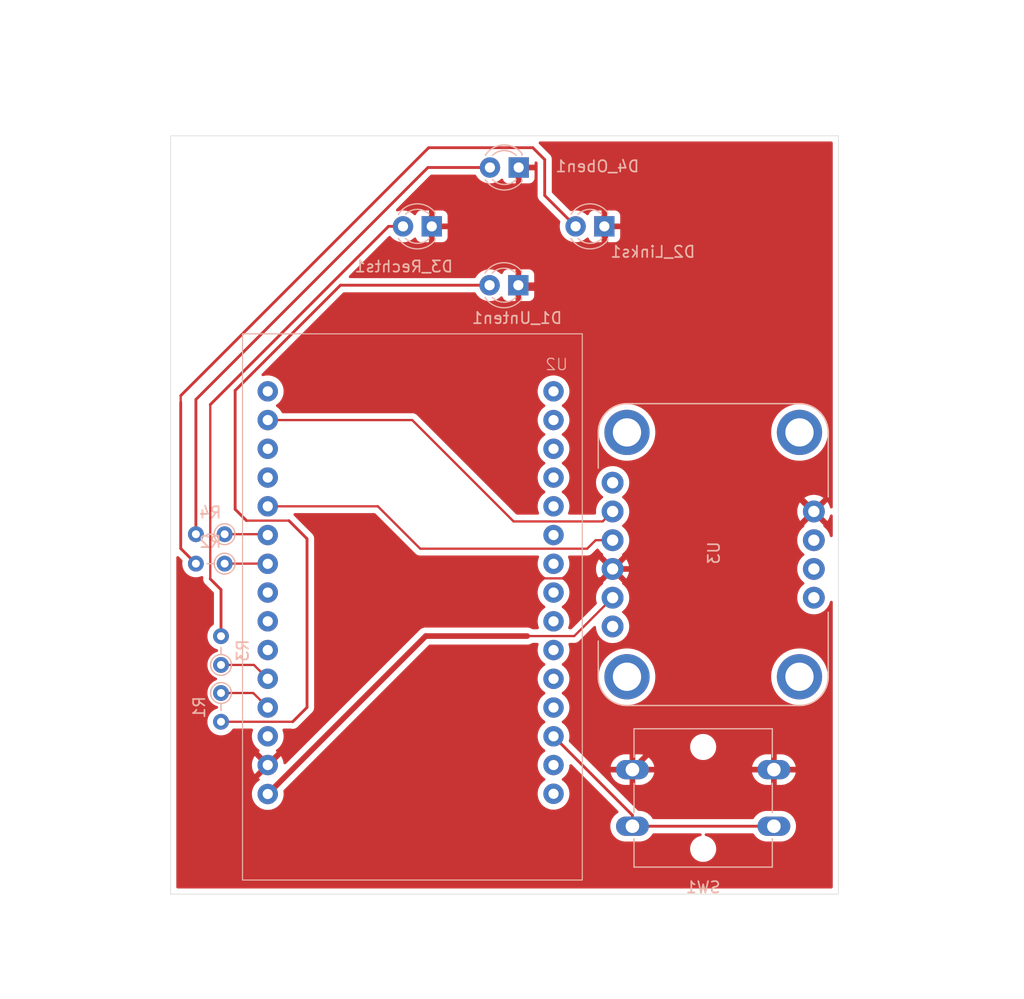
<source format=kicad_pcb>
(kicad_pcb (version 20241229) (generator "pcbnew") (generator_version "9.0")
  (layers (0 "F.Cu" signal) (2 "B.Cu" signal) (13 "F.Paste" user) (15 "B.Paste" user) (5 "F.SilkS" user "F.Silkscreen") (7 "B.SilkS" user "B.Silkscreen") (1 "F.Mask" user) (3 "B.Mask" user) (25 "Edge.Cuts" user))
  (net 0 "")
  (net 1 "GND")
  (net 2 "Net-(D1_Unten1-A)")
  (net 3 "Net-(D2_Links1-A)")
  (net 4 "Net-(D3_Rechts1-A)")
  (net 5 "Net-(D4_Oben1-A)")
  (net 6 "/3.3V")
  (net 11 "Net-(U2-D22)")
  (net 12 "Net-(U2-D2)")
  (net 13 "Net-(U2-D18)")
  (net 14 "Net-(U2-D4)")
  (net 15 "Net-(U2-D19)")
  (net 16 "Net-(U2-D21)")
  (net 23 "Net-(U2-D13)")
  (footprint "LED_THT:LED_D3.0mm" (layer "B.Cu") (at 149.27 53 180)
    (property "Reference" "D2_Links1" (at -4.28 -2.25 0) (layer "B.SilkS") (effects (justify mirror)))
    (property "Value" "LED")
    (fp_line (start -0.29 1.236) (end -0.29 1.08) (stroke (width 0.12)) (layer "B.SilkS"))
    (fp_line (start -0.29 -1.08) (end -0.29 -1.236) (stroke (width 0.12)) (layer "B.SilkS"))
    (fp_arc (start 2.941437 1.08) (mid 1.36566 1.9877) (end -0.29 1.235516) (stroke (width 0.12)) (layer "B.SilkS"))
    (fp_arc (start 2.310961 1.08) (mid 1.27 1.5) (end 0.229039 1.08) (stroke (width 0.12)) (layer "B.SilkS"))
    (fp_arc (start 0.229039 -1.08) (mid 1.27 -1.5) (end 2.310961 -1.08) (stroke (width 0.12)) (layer "B.SilkS"))
    (fp_arc (start -0.29 -1.235516) (mid 1.36566 -1.987699) (end 2.941437 -1.08) (stroke (width 0.12)) (layer "B.SilkS"))
    (pad "1" thru_hole rect (at 0 0 180) (size 1.8 1.8) (drill 0.9) (layers "*.Cu" "*.Mask") (net 1 "GND"))
    (pad "2" thru_hole circle (at 2.54 0 180) (size 1.8 1.8) (drill 0.9) (layers "*.Cu" "*.Mask") (net 3 "Net-(D2_Links1-A)"))
  )
  (footprint "2472:MODULE_2472" (layer "B.Cu") (at 158.89 82 90)
    (property "Reference" "U3" (at 0.15 0.06 90) (layer "B.SilkS") (effects (justify mirror)))
    (property "Value" "2472")
    (fp_line (start 10.795 -10.16) (end 7.6352 -10.16) (stroke (width 0.127)) (layer "B.SilkS"))
    (fp_line (start -7.6352 -10.16) (end -10.795 -10.16) (stroke (width 0.127)) (layer "B.SilkS"))
    (fp_line (start -13.335 -7.62) (end -13.335 7.62) (stroke (width 0.127)) (layer "B.SilkS"))
    (fp_line (start 13.335 7.62) (end 13.335 -7.62) (stroke (width 0.127)) (layer "B.SilkS"))
    (fp_line (start 5.0952 10.16) (end 10.795 10.16) (stroke (width 0.127)) (layer "B.SilkS"))
    (fp_line (start -10.795 10.16) (end -5.0952 10.16) (stroke (width 0.127)) (layer "B.SilkS"))
    (fp_arc (start 10.795 -10.16) (mid 12.591051 -9.416051) (end 13.335 -7.62) (stroke (width 0.127)) (layer "B.SilkS"))
    (fp_arc (start -13.335 -7.62) (mid -12.591051 -9.416051) (end -10.795 -10.16) (stroke (width 0.127)) (layer "B.SilkS"))
    (fp_arc (start 13.335 7.62) (mid 12.591051 9.416051) (end 10.795 10.16) (stroke (width 0.127)) (layer "B.SilkS"))
    (fp_arc (start -10.795 10.16) (mid -12.591051 9.416051) (end -13.335 7.62) (stroke (width 0.127)) (layer "B.SilkS"))
    (pad "1" thru_hole circle (at 3.81 8.89 90) (size 1.9304 1.9304) (drill 1) (layers "*.Cu" "*.Mask") (net 1 "GND"))
    (pad "2" thru_hole circle (at 1.27 8.89 90) (size 1.9304 1.9304) (drill 1) (layers "*.Cu" "*.Mask"))
    (pad "3" thru_hole circle (at -1.27 8.89 90) (size 1.9304 1.9304) (drill 1) (layers "*.Cu" "*.Mask"))
    (pad "4" thru_hole circle (at -3.81 8.89 90) (size 1.9304 1.9304) (drill 1) (layers "*.Cu" "*.Mask"))
    (pad "5" thru_hole circle (at 6.35 -8.89 90) (size 1.9304 1.9304) (drill 1) (layers "*.Cu" "*.Mask"))
    (pad "6" thru_hole circle (at 3.81 -8.89 90) (size 1.9304 1.9304) (drill 1) (layers "*.Cu" "*.Mask") (net 11 "Net-(U2-D22)"))
    (pad "7" thru_hole circle (at 1.27 -8.89 90) (size 1.9304 1.9304) (drill 1) (layers "*.Cu" "*.Mask") (net 16 "Net-(U2-D21)"))
    (pad "8" thru_hole circle (at -1.27 -8.89 90) (size 1.9304 1.9304) (drill 1) (layers "*.Cu" "*.Mask") (net 1 "GND"))
    (pad "9" thru_hole circle (at -3.81 -8.89 90) (size 1.9304 1.9304) (drill 1) (layers "*.Cu" "*.Mask") (net 6 "/3.3V"))
    (pad "10" thru_hole circle (at -6.35 -8.89 90) (size 1.9304 1.9304) (drill 1) (layers "*.Cu" "*.Mask"))
    (pad "SH1" thru_hole circle (at -10.795 -7.62 90) (size 4 4) (drill 2.5) (layers "*.Cu" "*.Mask"))
    (pad "SH2" thru_hole circle (at 10.795 -7.62 90) (size 4 4) (drill 2.5) (layers "*.Cu" "*.Mask"))
    (pad "SH3" thru_hole circle (at 10.795 7.62 90) (size 4 4) (drill 2.5) (layers "*.Cu" "*.Mask"))
    (pad "SH4" thru_hole circle (at -10.795 7.62 90) (size 4 4) (drill 2.5) (layers "*.Cu" "*.Mask"))
  )
  (footprint "custom_kicad_footprint_lib:JOY-IT Node_MCU_ESP32" (layer "B.Cu") (at 144.78 67.575 180)
    (property "Reference" "U2" (at -0.27 2.375 0) (layer "B.SilkS") (effects (font (thickness 0.1)) (justify mirror)))
    (property "Value" "~")
    (fp_rect (start -2.54 5.08) (end 27.48 -43.18) (stroke (width 0.1)) (fill no) (layer "B.SilkS"))
    (pad "1" thru_hole circle (at 0 0 180) (size 1.8 1.8) (drill 0.9) (layers "*.Cu" "*.Mask"))
    (pad "2" thru_hole circle (at 0 -2.54 180) (size 1.8 1.8) (drill 0.9) (layers "*.Cu" "*.Mask"))
    (pad "3" thru_hole circle (at 0 -5.08 180) (size 1.8 1.8) (drill 0.9) (layers "*.Cu" "*.Mask"))
    (pad "4" thru_hole circle (at 0 -7.62 180) (size 1.8 1.8) (drill 0.9) (layers "*.Cu" "*.Mask"))
    (pad "5" thru_hole circle (at 0 -10.16 180) (size 1.8 1.8) (drill 0.9) (layers "*.Cu" "*.Mask"))
    (pad "6" thru_hole circle (at 0 -12.7 180) (size 1.8 1.8) (drill 0.9) (layers "*.Cu" "*.Mask"))
    (pad "7" thru_hole circle (at 0 -15.24 180) (size 1.8 1.8) (drill 0.9) (layers "*.Cu" "*.Mask"))
    (pad "8" thru_hole circle (at 0 -17.78 180) (size 1.8 1.8) (drill 0.9) (layers "*.Cu" "*.Mask"))
    (pad "9" thru_hole circle (at 0 -20.32 180) (size 1.8 1.8) (drill 0.9) (layers "*.Cu" "*.Mask"))
    (pad "10" thru_hole circle (at 0 -22.86 180) (size 1.8 1.8) (drill 0.9) (layers "*.Cu" "*.Mask"))
    (pad "11" thru_hole circle (at 0 -25.4 180) (size 1.8 1.8) (drill 0.9) (layers "*.Cu" "*.Mask"))
    (pad "12" thru_hole circle (at 0 -27.94 180) (size 1.8 1.8) (drill 0.9) (layers "*.Cu" "*.Mask"))
    (pad "13" thru_hole circle (at 0 -30.48 180) (size 1.8 1.8) (drill 0.9) (layers "*.Cu" "*.Mask") (net 23 "Net-(U2-D13)"))
    (pad "14" thru_hole circle (at 0 -33.02 180) (size 1.8 1.8) (drill 0.9) (layers "*.Cu" "*.Mask"))
    (pad "15" thru_hole circle (at 0 -35.56 180) (size 1.8 1.8) (drill 0.9) (layers "*.Cu" "*.Mask"))
    (pad "16" thru_hole circle (at 25.25 0 180) (size 1.8 1.8) (drill 0.9) (layers "*.Cu" "*.Mask"))
    (pad "17" thru_hole circle (at 25.25 -2.54 180) (size 1.8 1.8) (drill 0.9) (layers "*.Cu" "*.Mask") (net 11 "Net-(U2-D22)"))
    (pad "18" thru_hole circle (at 25.25 -5.08 180) (size 1.8 1.8) (drill 0.9) (layers "*.Cu" "*.Mask"))
    (pad "19" thru_hole circle (at 25.25 -7.62 180) (size 1.8 1.8) (drill 0.9) (layers "*.Cu" "*.Mask"))
    (pad "20" thru_hole circle (at 25.25 -10.16 180) (size 1.8 1.8) (drill 0.9) (layers "*.Cu" "*.Mask") (net 16 "Net-(U2-D21)"))
    (pad "21" thru_hole circle (at 25.25 -12.7 180) (size 1.8 1.8) (drill 0.9) (layers "*.Cu" "*.Mask") (net 15 "Net-(U2-D19)"))
    (pad "22" thru_hole circle (at 25.25 -15.24 180) (size 1.8 1.8) (drill 0.9) (layers "*.Cu" "*.Mask") (net 13 "Net-(U2-D18)"))
    (pad "23" thru_hole circle (at 25.25 -17.78 180) (size 1.8 1.8) (drill 0.9) (layers "*.Cu" "*.Mask"))
    (pad "24" thru_hole circle (at 25.25 -20.32 180) (size 1.8 1.8) (drill 0.9) (layers "*.Cu" "*.Mask"))
    (pad "25" thru_hole circle (at 25.25 -22.86 180) (size 1.8 1.8) (drill 0.9) (layers "*.Cu" "*.Mask"))
    (pad "26" thru_hole circle (at 25.25 -25.4 180) (size 1.8 1.8) (drill 0.9) (layers "*.Cu" "*.Mask") (net 14 "Net-(U2-D4)"))
    (pad "27" thru_hole circle (at 25.25 -27.94 180) (size 1.8 1.8) (drill 0.9) (layers "*.Cu" "*.Mask") (net 12 "Net-(U2-D2)"))
    (pad "28" thru_hole circle (at 25.25 -30.48 180) (size 1.8 1.8) (drill 0.9) (layers "*.Cu" "*.Mask"))
    (pad "29" thru_hole circle (at 25.25 -33.02 180) (size 1.8 1.8) (drill 0.9) (layers "*.Cu" "*.Mask") (net 1 "GND"))
    (pad "30" thru_hole circle (at 25.25 -35.58 180) (size 1.8 1.8) (drill 0.9) (layers "*.Cu" "*.Mask") (net 6 "/3.3V"))
  )
  (footprint "Button_Switch_THT:SW_SPST_Omron_B3F-40xx" (layer "B.Cu") (at 151.75 106)
    (property "Reference" "SW1" (at 6.25 5.4 0) (layer "B.SilkS") (effects (justify mirror)))
    (property "Value" "SW_Push_Dual")
    (fp_line (start 0.14 -6.1) (end 0.14 -8.61) (stroke (width 0.12)) (layer "B.SilkS"))
    (fp_line (start 0.14 -1.2) (end 0.14 -3.8) (stroke (width 0.12)) (layer "B.SilkS"))
    (fp_line (start 0.14 3.61) (end 0.14 1.1) (stroke (width 0.12)) (layer "B.SilkS"))
    (fp_line (start 0.14 3.61) (end 12.36 3.61) (stroke (width 0.12)) (layer "B.SilkS"))
    (fp_line (start 12.36 -8.61) (end 0.14 -8.61) (stroke (width 0.12)) (layer "B.SilkS"))
    (fp_line (start 12.36 -6.1) (end 12.36 -8.61) (stroke (width 0.12)) (layer "B.SilkS"))
    (fp_line (start 12.36 -1.2) (end 12.36 -3.8) (stroke (width 0.12)) (layer "B.SilkS"))
    (fp_line (start 12.36 3.61) (end 12.36 1.1) (stroke (width 0.12)) (layer "B.SilkS"))
    (pad "" np_thru_hole circle (at 6.25 -7) (size 1.8 1.8) (drill 1.8) (layers "*.Cu" "*.Mask"))
    (pad "" np_thru_hole circle (at 6.25 2) (size 1.8 1.8) (drill 1.8) (layers "*.Cu" "*.Mask"))
    (pad "1" thru_hole oval (at 0 0) (size 2.9 1.7) (drill 1.2) (layers "*.Cu" "*.Mask") (net 23 "Net-(U2-D13)"))
    (pad "1" thru_hole oval (at 12.5 0) (size 2.9 1.7) (drill 1.2) (layers "*.Cu" "*.Mask") (net 23 "Net-(U2-D13)"))
    (pad "2" thru_hole oval (at 0 -5) (size 2.9 1.7) (drill 1.2) (layers "*.Cu" "*.Mask") (net 1 "GND"))
    (pad "2" thru_hole oval (at 12.5 -5) (size 2.9 1.7) (drill 1.2) (layers "*.Cu" "*.Mask") (net 1 "GND"))
  )
  (footprint "LED_THT:LED_D3.0mm" (layer "B.Cu") (at 141.67 58.2 180)
    (property "Reference" "D1_Unten1" (at 0.12 -2.9 0) (layer "B.SilkS") (effects (justify mirror)))
    (property "Value" "LED")
    (fp_line (start -0.29 1.236) (end -0.29 1.08) (stroke (width 0.12)) (layer "B.SilkS"))
    (fp_line (start -0.29 -1.08) (end -0.29 -1.236) (stroke (width 0.12)) (layer "B.SilkS"))
    (fp_arc (start 2.941437 1.08) (mid 1.36566 1.9877) (end -0.29 1.235516) (stroke (width 0.12)) (layer "B.SilkS"))
    (fp_arc (start 2.310961 1.08) (mid 1.27 1.5) (end 0.229039 1.08) (stroke (width 0.12)) (layer "B.SilkS"))
    (fp_arc (start 0.229039 -1.08) (mid 1.27 -1.5) (end 2.310961 -1.08) (stroke (width 0.12)) (layer "B.SilkS"))
    (fp_arc (start -0.29 -1.235516) (mid 1.36566 -1.987699) (end 2.941437 -1.08) (stroke (width 0.12)) (layer "B.SilkS"))
    (pad "1" thru_hole rect (at 0 0 180) (size 1.8 1.8) (drill 0.9) (layers "*.Cu" "*.Mask") (net 1 "GND"))
    (pad "2" thru_hole circle (at 2.54 0 180) (size 1.8 1.8) (drill 0.9) (layers "*.Cu" "*.Mask") (net 2 "Net-(D1_Unten1-A)"))
  )
  (footprint "Resistor_THT:R_Axial_DIN0204_L3.6mm_D1.6mm_P2.54mm_Vertical" (layer "B.Cu") (at 115.72 82.8 180)
    (property "Reference" "R2" (at 1.27 1.92 0) (layer "B.SilkS") (effects (justify mirror)))
    (property "Value" "270")
    (fp_line (start 0.92 0) (end 1.54 0) (stroke (width 0.12)) (layer "B.SilkS"))
    (fp_circle (center 0 0) (end 0.92 0) (stroke (width 0.12)) (fill no) (layer "B.SilkS"))
    (pad "1" thru_hole circle (at 0 0 180) (size 1.4 1.4) (drill 0.7) (layers "*.Cu" "*.Mask") (net 13 "Net-(U2-D18)"))
    (pad "2" thru_hole circle (at 2.54 0 180) (size 1.4 1.4) (drill 0.7) (layers "*.Cu" "*.Mask") (net 3 "Net-(D2_Links1-A)"))
  )
  (footprint "Resistor_THT:R_Axial_DIN0204_L3.6mm_D1.6mm_P2.54mm_Vertical" (layer "B.Cu") (at 115.4 94.23 -90)
    (property "Reference" "R1" (at 1.27 1.92 90) (layer "B.SilkS") (effects (justify mirror)))
    (property "Value" "270")
    (fp_line (start 0.92 0) (end 1.54 0) (stroke (width 0.12)) (layer "B.SilkS"))
    (fp_circle (center 0 0) (end 0.92 0) (stroke (width 0.12)) (fill no) (layer "B.SilkS"))
    (pad "1" thru_hole circle (at 0 0 270) (size 1.4 1.4) (drill 0.7) (layers "*.Cu" "*.Mask") (net 12 "Net-(U2-D2)"))
    (pad "2" thru_hole circle (at 2.54 0 270) (size 1.4 1.4) (drill 0.7) (layers "*.Cu" "*.Mask") (net 2 "Net-(D1_Unten1-A)"))
  )
  (footprint "Resistor_THT:R_Axial_DIN0204_L3.6mm_D1.6mm_P2.54mm_Vertical" (layer "B.Cu") (at 115.72 80.2 180)
    (property "Reference" "R4" (at 1.27 1.92 0) (layer "B.SilkS") (effects (justify mirror)))
    (property "Value" "270")
    (fp_line (start 0.92 0) (end 1.54 0) (stroke (width 0.12)) (layer "B.SilkS"))
    (fp_circle (center 0 0) (end 0.92 0) (stroke (width 0.12)) (fill no) (layer "B.SilkS"))
    (pad "1" thru_hole circle (at 0 0 180) (size 1.4 1.4) (drill 0.7) (layers "*.Cu" "*.Mask") (net 15 "Net-(U2-D19)"))
    (pad "2" thru_hole circle (at 2.54 0 180) (size 1.4 1.4) (drill 0.7) (layers "*.Cu" "*.Mask") (net 5 "Net-(D4_Oben1-A)"))
  )
  (footprint "LED_THT:LED_D3.0mm" (layer "B.Cu") (at 141.7 47.8 180)
    (property "Reference" "D4_Oben1" (at -6.95 0.1 0) (layer "B.SilkS") (effects (justify mirror)))
    (property "Value" "LED")
    (fp_line (start -0.29 1.236) (end -0.29 1.08) (stroke (width 0.12)) (layer "B.SilkS"))
    (fp_line (start -0.29 -1.08) (end -0.29 -1.236) (stroke (width 0.12)) (layer "B.SilkS"))
    (fp_arc (start 2.941437 1.08) (mid 1.36566 1.9877) (end -0.29 1.235516) (stroke (width 0.12)) (layer "B.SilkS"))
    (fp_arc (start 2.310961 1.08) (mid 1.27 1.5) (end 0.229039 1.08) (stroke (width 0.12)) (layer "B.SilkS"))
    (fp_arc (start 0.229039 -1.08) (mid 1.27 -1.5) (end 2.310961 -1.08) (stroke (width 0.12)) (layer "B.SilkS"))
    (fp_arc (start -0.29 -1.235516) (mid 1.36566 -1.987699) (end 2.941437 -1.08) (stroke (width 0.12)) (layer "B.SilkS"))
    (pad "1" thru_hole rect (at 0 0 180) (size 1.8 1.8) (drill 0.9) (layers "*.Cu" "*.Mask") (net 1 "GND"))
    (pad "2" thru_hole circle (at 2.54 0 180) (size 1.8 1.8) (drill 0.9) (layers "*.Cu" "*.Mask") (net 5 "Net-(D4_Oben1-A)"))
  )
  (footprint "LED_THT:LED_D3.0mm" (layer "B.Cu") (at 134.02 53 180)
    (property "Reference" "D3_Rechts1" (at 2.47 -3.55 0) (layer "B.SilkS") (effects (justify mirror)))
    (property "Value" "LED")
    (fp_line (start -0.29 1.236) (end -0.29 1.08) (stroke (width 0.12)) (layer "B.SilkS"))
    (fp_line (start -0.29 -1.08) (end -0.29 -1.236) (stroke (width 0.12)) (layer "B.SilkS"))
    (fp_arc (start 2.941437 1.08) (mid 1.36566 1.9877) (end -0.29 1.235516) (stroke (width 0.12)) (layer "B.SilkS"))
    (fp_arc (start 2.310961 1.08) (mid 1.27 1.5) (end 0.229039 1.08) (stroke (width 0.12)) (layer "B.SilkS"))
    (fp_arc (start 0.229039 -1.08) (mid 1.27 -1.5) (end 2.310961 -1.08) (stroke (width 0.12)) (layer "B.SilkS"))
    (fp_arc (start -0.29 -1.235516) (mid 1.36566 -1.987699) (end 2.941437 -1.08) (stroke (width 0.12)) (layer "B.SilkS"))
    (pad "1" thru_hole rect (at 0 0 180) (size 1.8 1.8) (drill 0.9) (layers "*.Cu" "*.Mask") (net 1 "GND"))
    (pad "2" thru_hole circle (at 2.54 0 180) (size 1.8 1.8) (drill 0.9) (layers "*.Cu" "*.Mask") (net 4 "Net-(D3_Rechts1-A)"))
  )
  (footprint "Resistor_THT:R_Axial_DIN0204_L3.6mm_D1.6mm_P2.54mm_Vertical" (layer "B.Cu") (at 115.4 91.75 90)
    (property "Reference" "R3" (at 1.27 1.92 90) (layer "B.SilkS") (effects (justify mirror)))
    (property "Value" "270")
    (fp_line (start 0.92 0) (end 1.54 0) (stroke (width 0.12)) (layer "B.SilkS"))
    (fp_circle (center 0 0) (end 0.92 0) (stroke (width 0.12)) (fill no) (layer "B.SilkS"))
    (pad "1" thru_hole circle (at 0 0 90) (size 1.4 1.4) (drill 0.7) (layers "*.Cu" "*.Mask") (net 14 "Net-(U2-D4)"))
    (pad "2" thru_hole circle (at 2.54 0 90) (size 1.4 1.4) (drill 0.7) (layers "*.Cu" "*.Mask") (net 4 "Net-(D3_Rechts1-A)"))
  )
  (gr_line (start 169.95 108.5) (end 169.95 112) (stroke (width 0.05)) (layer "Edge.Cuts"))
  (gr_line (start 169.95 45) (end 169.95 108.5) (stroke (width 0.05)) (layer "Edge.Cuts"))
  (gr_line (start 110.95 112) (end 169.95 112) (stroke (width 0.05)) (layer "Edge.Cuts"))
  (gr_line (start 110.95 80) (end 110.95 45) (stroke (width 0.05)) (layer "Edge.Cuts"))
  (gr_line (start 110.95 45) (end 169.95 45) (stroke (width 0.05)) (layer "Edge.Cuts"))
  (gr_line (start 110.95 80) (end 110.95 112) (stroke (width 0.05)) (layer "Edge.Cuts"))
  (segment (start 164.25 101) (end 151.75 101) (width 0.2) (layer "F.Cu") (net 1))
  (segment (start 159.7 93.05) (end 159.7 86.27) (width 0.5) (layer "F.Cu") (net 1))
  (segment (start 162.985 82.985) (end 167.78 78.19) (width 0.5) (layer "F.Cu") (net 1))
  (segment (start 141.7 52.2) (end 141.7 47.8) (width 0.5) (layer "F.Cu") (net 1))
  (segment (start 143.85 54.35) (end 141.7 52.2) (width 0.5) (layer "F.Cu") (net 1))
  (segment (start 136.025 84.1) (end 149.17 84.1) (width 0.2) (layer "F.Cu") (net 1))
  (segment (start 149.35 53.08) (end 149.27 53) (width 0.5) (layer "F.Cu") (net 1))
  (segment (start 149.35 59.85) (end 147.95 58.45) (width 0.5) (layer "F.Cu") (net 1))
  (segment (start 167.78 78.19) (end 167.69 78.19) (width 0.5) (layer "F.Cu") (net 1))
  (segment (start 147.95 58.45) (end 146.5 57) (width 0.5) (layer "F.Cu") (net 1))
  (segment (start 167.69 78.19) (end 150 60.5) (width 0.5) (layer "F.Cu") (net 1))
  (segment (start 147.95 58.45) (end 141.87 58.45) (width 0.5) (layer "F.Cu") (net 1))
  (segment (start 119.53 100.595) (end 136.025 84.1) (width 0.5) (layer "F.Cu") (net 1))
  (segment (start 159.7 86.27) (end 162.985 82.985) (width 0.5) (layer "F.Cu") (net 1))
  (segment (start 151.75 101) (end 159.7 93.05) (width 0.5) (layer "F.Cu") (net 1))
  (segment (start 162.985 82.985) (end 162.7 83.27) (width 0.5) (layer "F.Cu") (net 1))
  (segment (start 149.17 84.1) (end 150 83.27) (width 0.2) (layer "F.Cu") (net 1))
  (segment (start 149.35 59.85) (end 149.35 53.08) (width 0.5) (layer "F.Cu") (net 1))
  (segment (start 162.7 83.27) (end 150 83.27) (width 0.5) (layer "F.Cu") (net 1))
  (segment (start 141.87 58.45) (end 141.62 58.2) (width 0.5) (layer "F.Cu") (net 1))
  (segment (start 146.5 57) (end 143.85 54.35) (width 0.5) (layer "F.Cu") (net 1))
  (segment (start 150 60.5) (end 149.35 59.85) (width 0.5) (layer "F.Cu") (net 1))
  (segment (start 121.73 96.77) (end 115.4 96.77) (width 0.2) (layer "F.Cu") (net 2))
  (segment (start 116.65 67.5) (end 116.65 78) (width 0.25) (layer "F.Cu") (net 2))
  (segment (start 125.95 58.2) (end 116.65 67.5) (width 0.25) (layer "F.Cu") (net 2))
  (segment (start 123 95.5) (end 121.73 96.77) (width 0.25) (layer "F.Cu") (net 2))
  (segment (start 117.65 79) (end 121.4 79) (width 0.2) (layer "F.Cu") (net 2))
  (segment (start 116.65 78) (end 117.65 79) (width 0.25) (layer "F.Cu") (net 2))
  (segment (start 121.4 79) (end 123 80.6) (width 0.25) (layer "F.Cu") (net 2))
  (segment (start 123 80.6) (end 123 95.5) (width 0.25) (layer "F.Cu") (net 2))
  (segment (start 139.08 58.2) (end 125.95 58.2) (width 0.25) (layer "F.Cu") (net 2))
  (segment (start 111.84 81.46) (end 113.18 82.8) (width 0.25) (layer "F.Cu") (net 3))
  (segment (start 113.005 82.795) (end 113 82.8) (width 0.2) (layer "F.Cu") (net 3))
  (segment (start 144 47.1) (end 142.95 46.05) (width 0.25) (layer "F.Cu") (net 3))
  (segment (start 111.84 67.96) (end 111.84 68.55) (width 0.2) (layer "F.Cu") (net 3))
  (segment (start 142.95 46.05) (end 133.75 46.05) (width 0.25) (layer "F.Cu") (net 3))
  (segment (start 133.75 46.05) (end 111.84 67.96) (width 0.25) (layer "F.Cu") (net 3))
  (segment (start 111.84 68.55) (end 111.84 81.46) (width 0.25) (layer "F.Cu") (net 3))
  (segment (start 144 50.27) (end 144 47.1) (width 0.25) (layer "F.Cu") (net 3))
  (segment (start 146.73 53) (end 144 50.27) (width 0.25) (layer "F.Cu") (net 3))
  (segment (start 115.4 85.1) (end 114.45 84.15) (width 0.25) (layer "F.Cu") (net 4))
  (segment (start 114.45 84.15) (end 114.45 68.75) (width 0.2) (layer "F.Cu") (net 4))
  (segment (start 130.2 53) (end 114.45 68.75) (width 0.25) (layer "F.Cu") (net 4))
  (segment (start 131.48 53) (end 130.2 53) (width 0.25) (layers "F.Cu" "F.Mask") (net 4))
  (segment (start 115.4 89.21) (end 115.4 85.1) (width 0.25) (layer "F.Cu") (net 4))
  (segment (start 139.16 47.8) (end 133.68 47.8) (width 0.25) (layer "F.Cu") (net 5))
  (segment (start 113.18 80.2) (end 113.18 68.3) (width 0.25) (layer "F.Cu") (net 5))
  (segment (start 113.155 80.255) (end 113 80.1) (width 0.2) (layer "F.Cu") (net 5))
  (segment (start 133.68 47.8) (end 113.18 68.3) (width 0.25) (layer "F.Cu") (net 5))
  (segment (start 146.61 89.2) (end 142.45 89.2) (width 0.2) (layer "F.Cu") (net 6))
  (segment (start 133.485 89.2) (end 142.45 89.2) (width 0.5) (layer "F.Cu") (net 6))
  (segment (start 146.61 89.2) (end 150 85.81) (width 0.2) (layer "F.Cu") (net 6))
  (segment (start 119.53 103.155) (end 133.485 89.2) (width 0.5) (layer "F.Cu") (net 6))
  (segment (start 149.1192 79.0708) (end 150 78.19) (width 0.2) (layer "F.Cu") (net 11))
  (segment (start 119.53 70.115) (end 132.2942 70.115) (width 0.2) (layer "F.Cu") (net 11))
  (segment (start 132.2942 70.115) (end 141.25 79.0708) (width 0.2) (layer "F.Cu") (net 11))
  (segment (start 141.25 79.0708) (end 149.1192 79.0708) (width 0.2) (layer "F.Cu") (net 11))
  (segment (start 119.53 95.515) (end 118.245 94.23) (width 0.2) (layer "F.Cu") (net 12))
  (segment (start 118.245 94.23) (end 115.4 94.23) (width 0.2) (layer "F.Cu") (net 12))
  (segment (start 119.515 82.8) (end 119.53 82.815) (width 0.2) (layer "F.Cu") (net 13))
  (segment (start 115.72 82.8) (end 119.515 82.8) (width 0.2) (layer "F.Cu") (net 13))
  (segment (start 119.53 92.975) (end 118.305 91.75) (width 0.2) (layer "F.Cu") (net 14))
  (segment (start 118.305 91.75) (end 115.4 91.75) (width 0.2) (layer "F.Cu") (net 14))
  (segment (start 115.72 80.2) (end 119.455 80.2) (width 0.2) (layer "F.Cu") (net 15))
  (segment (start 119.455 80.2) (end 119.53 80.275) (width 0.2) (layer "F.Cu") (net 15))
  (segment (start 119.53 77.735) (end 129.2558 77.735) (width 0.2) (layer "F.Cu") (net 16))
  (segment (start 147.7492 81.4792) (end 148.4984 80.73) (width 0.2) (layer "F.Cu") (net 16))
  (segment (start 148.4984 80.73) (end 150 80.73) (width 0.2) (layer "F.Cu") (net 16))
  (segment (start 133 81.4792) (end 147.7492 81.4792) (width 0.2) (layer "F.Cu") (net 16))
  (segment (start 129.2558 77.735) (end 133 81.4792) (width 0.2) (layer "F.Cu") (net 16))
  (segment (start 164.25 106) (end 151.75 106) (width 0.25) (layer "F.Cu") (net 23))
  (segment (start 151.75 105.025) (end 144.78 98.055) (width 0.25) (layer "F.Cu") (net 23))
  (segment (start 151.75 106) (end 151.75 105.025) (width 0.25) (layer "F.Cu") (net 23))
  (zone (net 1) (net_name "GND") (layer "F.Cu") (connect_pads (clearance 0.5)) (min_thickness 0.25) (fill yes (thermal_gap 0.5) (thermal_bridge_width 0.5))
    (polygon (pts (xy 105 35) (xy 104 114) (xy 175 114) (xy 175 33)))
  )
)
</source>
